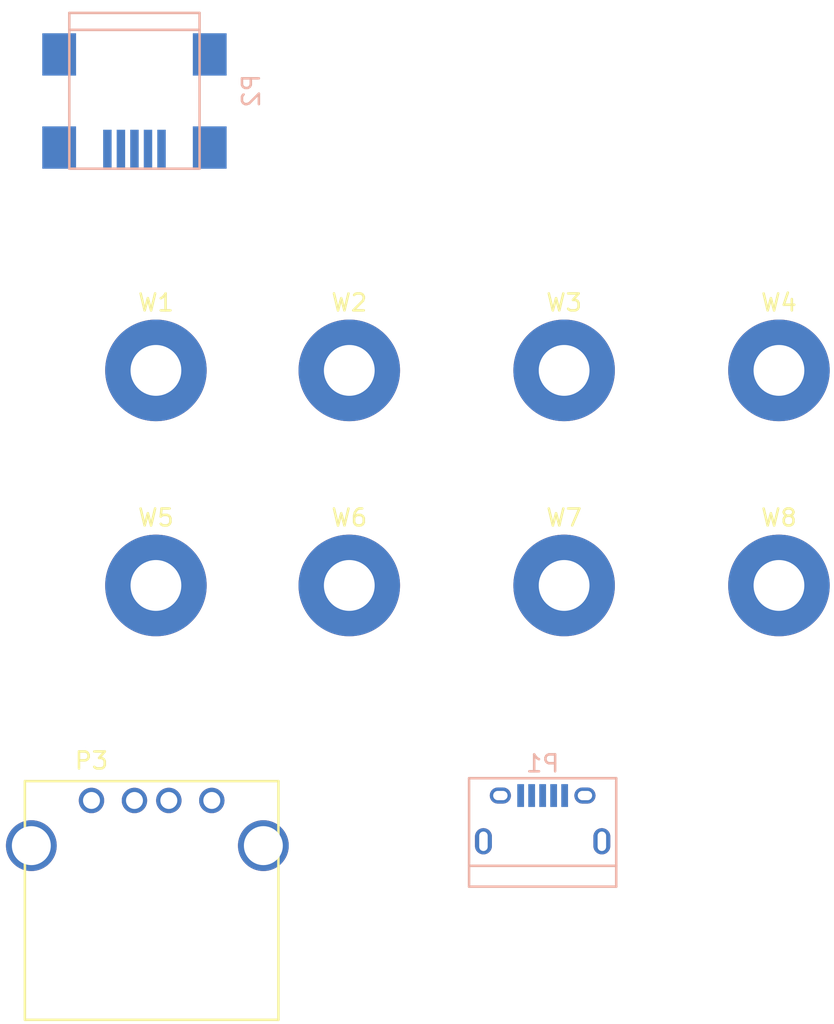
<source format=kicad_pcb>
(kicad_pcb (version 4) (host pcbnew 4.0.4+dfsg1-stable)

  (general
    (links 26)
    (no_connects 26)
    (area 0 0 0 0)
    (thickness 1.6)
    (drawings 0)
    (tracks 0)
    (zones 0)
    (modules 11)
    (nets 7)
  )

  (page A4)
  (layers
    (0 F.Cu signal)
    (31 B.Cu signal)
    (32 B.Adhes user)
    (33 F.Adhes user)
    (34 B.Paste user)
    (35 F.Paste user)
    (36 B.SilkS user)
    (37 F.SilkS user)
    (38 B.Mask user)
    (39 F.Mask user)
    (40 Dwgs.User user)
    (41 Cmts.User user)
    (42 Eco1.User user)
    (43 Eco2.User user)
    (44 Edge.Cuts user)
    (45 Margin user)
    (46 B.CrtYd user)
    (47 F.CrtYd user)
    (48 B.Fab user)
    (49 F.Fab user)
  )

  (setup
    (last_trace_width 0.25)
    (trace_clearance 0.2)
    (zone_clearance 0.508)
    (zone_45_only no)
    (trace_min 0.2)
    (segment_width 0.2)
    (edge_width 0.15)
    (via_size 0.6)
    (via_drill 0.4)
    (via_min_size 0.4)
    (via_min_drill 0.3)
    (uvia_size 0.3)
    (uvia_drill 0.1)
    (uvias_allowed no)
    (uvia_min_size 0.2)
    (uvia_min_drill 0.1)
    (pcb_text_width 0.3)
    (pcb_text_size 1.5 1.5)
    (mod_edge_width 0.15)
    (mod_text_size 1 1)
    (mod_text_width 0.15)
    (pad_size 1.524 1.524)
    (pad_drill 0.762)
    (pad_to_mask_clearance 0.2)
    (aux_axis_origin 0 0)
    (visible_elements FFFFFF7F)
    (pcbplotparams
      (layerselection 0x00030_80000001)
      (usegerberextensions false)
      (excludeedgelayer true)
      (linewidth 0.100000)
      (plotframeref false)
      (viasonmask false)
      (mode 1)
      (useauxorigin false)
      (hpglpennumber 1)
      (hpglpenspeed 20)
      (hpglpendiameter 15)
      (hpglpenoverlay 2)
      (psnegative false)
      (psa4output false)
      (plotreference true)
      (plotvalue true)
      (plotinvisibletext false)
      (padsonsilk false)
      (subtractmaskfromsilk false)
      (outputformat 1)
      (mirror false)
      (drillshape 1)
      (scaleselection 1)
      (outputdirectory ""))
  )

  (net 0 "")
  (net 1 /VCC)
  (net 2 /D-)
  (net 3 /D+)
  (net 4 "Net-(P1-Pad4)")
  (net 5 /GND)
  (net 6 "Net-(P2-Pad4)")

  (net_class Default "This is the default net class."
    (clearance 0.2)
    (trace_width 0.25)
    (via_dia 0.6)
    (via_drill 0.4)
    (uvia_dia 0.3)
    (uvia_drill 0.1)
    (add_net /D+)
    (add_net /D-)
    (add_net /GND)
    (add_net /VCC)
    (add_net "Net-(P1-Pad4)")
    (add_net "Net-(P2-Pad4)")
  )

  (module Connectors:USB_Micro-B (layer B.Cu) (tedit 5543E447) (tstamp 584D9E9F)
    (at 147.32 128.27 180)
    (descr "Micro USB Type B Receptacle")
    (tags "USB USB_B USB_micro USB_OTG")
    (path /584D9C5D)
    (attr smd)
    (fp_text reference P1 (at 0 3.45 180) (layer B.SilkS)
      (effects (font (size 1 1) (thickness 0.15)) (justify mirror))
    )
    (fp_text value USB_MICRO_OTG (at 0 -4.8 180) (layer B.Fab)
      (effects (font (size 1 1) (thickness 0.15)) (justify mirror))
    )
    (fp_line (start -4.6 2.8) (end 4.6 2.8) (layer B.CrtYd) (width 0.05))
    (fp_line (start 4.6 2.8) (end 4.6 -4.05) (layer B.CrtYd) (width 0.05))
    (fp_line (start 4.6 -4.05) (end -4.6 -4.05) (layer B.CrtYd) (width 0.05))
    (fp_line (start -4.6 -4.05) (end -4.6 2.8) (layer B.CrtYd) (width 0.05))
    (fp_line (start -4.3509 -3.81746) (end 4.3491 -3.81746) (layer B.SilkS) (width 0.15))
    (fp_line (start -4.3509 2.58754) (end 4.3491 2.58754) (layer B.SilkS) (width 0.15))
    (fp_line (start 4.3491 2.58754) (end 4.3491 -3.81746) (layer B.SilkS) (width 0.15))
    (fp_line (start 4.3491 -2.58746) (end -4.3509 -2.58746) (layer B.SilkS) (width 0.15))
    (fp_line (start -4.3509 -3.81746) (end -4.3509 2.58754) (layer B.SilkS) (width 0.15))
    (pad 1 smd rect (at -1.3009 1.56254 90) (size 1.35 0.4) (layers B.Cu B.Paste B.Mask)
      (net 1 /VCC))
    (pad 2 smd rect (at -0.6509 1.56254 90) (size 1.35 0.4) (layers B.Cu B.Paste B.Mask)
      (net 2 /D-))
    (pad 3 smd rect (at -0.0009 1.56254 90) (size 1.35 0.4) (layers B.Cu B.Paste B.Mask)
      (net 3 /D+))
    (pad 4 smd rect (at 0.6491 1.56254 90) (size 1.35 0.4) (layers B.Cu B.Paste B.Mask)
      (net 4 "Net-(P1-Pad4)"))
    (pad 5 smd rect (at 1.2991 1.56254 90) (size 1.35 0.4) (layers B.Cu B.Paste B.Mask)
      (net 5 /GND))
    (pad 6 thru_hole oval (at -2.5009 1.56254 90) (size 0.95 1.25) (drill oval 0.55 0.85) (layers *.Cu *.Mask)
      (net 5 /GND))
    (pad 6 thru_hole oval (at 2.4991 1.56254 90) (size 0.95 1.25) (drill oval 0.55 0.85) (layers *.Cu *.Mask)
      (net 5 /GND))
    (pad 6 thru_hole oval (at -3.5009 -1.13746 90) (size 1.55 1) (drill oval 1.15 0.5) (layers *.Cu *.Mask)
      (net 5 /GND))
    (pad 6 thru_hole oval (at 3.4991 -1.13746 90) (size 1.55 1) (drill oval 1.15 0.5) (layers *.Cu *.Mask)
      (net 5 /GND))
  )

  (module Connectors:USB_Mini-B (layer B.Cu) (tedit 5543E571) (tstamp 584D9EAE)
    (at 123.19 85.09 270)
    (descr "USB Mini-B 5-pin SMD connector")
    (tags "USB USB_B USB_Mini connector")
    (path /584D9EA6)
    (attr smd)
    (fp_text reference P2 (at 0 -6.90118 270) (layer B.SilkS)
      (effects (font (size 1 1) (thickness 0.15)) (justify mirror))
    )
    (fp_text value USB_MINI_OTG (at 0 7.0993 270) (layer B.Fab)
      (effects (font (size 1 1) (thickness 0.15)) (justify mirror))
    )
    (fp_line (start -4.85 5.7) (end 4.85 5.7) (layer B.CrtYd) (width 0.05))
    (fp_line (start 4.85 5.7) (end 4.85 -5.7) (layer B.CrtYd) (width 0.05))
    (fp_line (start 4.85 -5.7) (end -4.85 -5.7) (layer B.CrtYd) (width 0.05))
    (fp_line (start -4.85 -5.7) (end -4.85 5.7) (layer B.CrtYd) (width 0.05))
    (fp_line (start -3.59918 3.85064) (end -3.59918 -3.85064) (layer B.SilkS) (width 0.15))
    (fp_line (start -4.59994 3.85064) (end -4.59994 -3.85064) (layer B.SilkS) (width 0.15))
    (fp_line (start -4.59994 -3.85064) (end 4.59994 -3.85064) (layer B.SilkS) (width 0.15))
    (fp_line (start 4.59994 -3.85064) (end 4.59994 3.85064) (layer B.SilkS) (width 0.15))
    (fp_line (start 4.59994 3.85064) (end -4.59994 3.85064) (layer B.SilkS) (width 0.15))
    (pad 1 smd rect (at 3.44932 1.6002 270) (size 2.30124 0.50038) (layers B.Cu B.Paste B.Mask)
      (net 1 /VCC))
    (pad 2 smd rect (at 3.44932 0.8001 270) (size 2.30124 0.50038) (layers B.Cu B.Paste B.Mask)
      (net 2 /D-))
    (pad 3 smd rect (at 3.44932 0 270) (size 2.30124 0.50038) (layers B.Cu B.Paste B.Mask)
      (net 3 /D+))
    (pad 4 smd rect (at 3.44932 -0.8001 270) (size 2.30124 0.50038) (layers B.Cu B.Paste B.Mask)
      (net 6 "Net-(P2-Pad4)"))
    (pad 5 smd rect (at 3.44932 -1.6002 270) (size 2.30124 0.50038) (layers B.Cu B.Paste B.Mask)
      (net 5 /GND))
    (pad 6 smd rect (at 3.35026 4.45008 270) (size 2.49936 1.99898) (layers B.Cu B.Paste B.Mask)
      (net 5 /GND))
    (pad 6 smd rect (at -2.14884 4.45008 270) (size 2.49936 1.99898) (layers B.Cu B.Paste B.Mask)
      (net 5 /GND))
    (pad 6 smd rect (at 3.35026 -4.45008 270) (size 2.49936 1.99898) (layers B.Cu B.Paste B.Mask)
      (net 5 /GND))
    (pad 6 smd rect (at -2.14884 -4.45008 270) (size 2.49936 1.99898) (layers B.Cu B.Paste B.Mask)
      (net 5 /GND))
    (pad "" np_thru_hole circle (at 0.8509 2.19964 270) (size 0.89916 0.89916) (drill 0.89916) (layers *.Cu *.Mask))
    (pad "" np_thru_hole circle (at 0.8509 -2.19964 270) (size 0.89916 0.89916) (drill 0.89916) (layers *.Cu *.Mask))
  )

  (module Connectors:USB_A (layer F.Cu) (tedit 5543E289) (tstamp 584D9EB8)
    (at 120.65 127)
    (descr "USB A connector")
    (tags "USB USB_A")
    (path /584D9F19)
    (fp_text reference P3 (at 0 -2.35) (layer F.SilkS)
      (effects (font (size 1 1) (thickness 0.15)))
    )
    (fp_text value USB_A (at 3.83794 7.43458) (layer F.Fab)
      (effects (font (size 1 1) (thickness 0.15)))
    )
    (fp_line (start -5.3 13.2) (end -5.3 -1.4) (layer F.CrtYd) (width 0.05))
    (fp_line (start 11.95 -1.4) (end 11.95 13.2) (layer F.CrtYd) (width 0.05))
    (fp_line (start -5.3 13.2) (end 11.95 13.2) (layer F.CrtYd) (width 0.05))
    (fp_line (start -5.3 -1.4) (end 11.95 -1.4) (layer F.CrtYd) (width 0.05))
    (fp_line (start 11.04986 -1.14512) (end 11.04986 12.95188) (layer F.SilkS) (width 0.15))
    (fp_line (start -3.93614 12.95188) (end -3.93614 -1.14512) (layer F.SilkS) (width 0.15))
    (fp_line (start 11.04986 -1.14512) (end -3.93614 -1.14512) (layer F.SilkS) (width 0.15))
    (fp_line (start 11.04986 12.95188) (end -3.93614 12.95188) (layer F.SilkS) (width 0.15))
    (pad 4 thru_hole circle (at 7.11286 -0.00212 270) (size 1.50114 1.50114) (drill 1.00076) (layers *.Cu *.Mask)
      (net 5 /GND))
    (pad 3 thru_hole circle (at 4.57286 -0.00212 270) (size 1.50114 1.50114) (drill 1.00076) (layers *.Cu *.Mask)
      (net 3 /D+))
    (pad 2 thru_hole circle (at 2.54086 -0.00212 270) (size 1.50114 1.50114) (drill 1.00076) (layers *.Cu *.Mask)
      (net 2 /D-))
    (pad 1 thru_hole circle (at 0.00086 -0.00212 270) (size 1.50114 1.50114) (drill 1.00076) (layers *.Cu *.Mask)
      (net 1 /VCC))
    (pad 5 thru_hole circle (at 10.16086 2.66488 270) (size 2.99974 2.99974) (drill 2.30124) (layers *.Cu *.Mask)
      (net 5 /GND))
    (pad 5 thru_hole circle (at -3.55514 2.66488 270) (size 2.99974 2.99974) (drill 2.30124) (layers *.Cu *.Mask)
      (net 5 /GND))
    (model Connect.3dshapes/USB_A.wrl
      (at (xyz 0.14 0 0))
      (scale (xyz 1 1 1))
      (rotate (xyz 0 0 90))
    )
  )

  (module Mounting_Holes:MountingHole_3mm_Pad (layer F.Cu) (tedit 56D1B4CB) (tstamp 584D9EBD)
    (at 124.46 101.6)
    (descr "Mounting Hole 3mm")
    (tags "mounting hole 3mm")
    (path /584DA42E)
    (fp_text reference W1 (at 0 -4) (layer F.SilkS)
      (effects (font (size 1 1) (thickness 0.15)))
    )
    (fp_text value TEST_1P (at 0 4) (layer F.Fab)
      (effects (font (size 1 1) (thickness 0.15)))
    )
    (fp_circle (center 0 0) (end 3 0) (layer Cmts.User) (width 0.15))
    (fp_circle (center 0 0) (end 3.25 0) (layer F.CrtYd) (width 0.05))
    (pad 1 thru_hole circle (at 0 0) (size 6 6) (drill 3) (layers *.Cu *.Mask)
      (net 1 /VCC))
  )

  (module Mounting_Holes:MountingHole_3mm_Pad (layer F.Cu) (tedit 56D1B4CB) (tstamp 584D9EC2)
    (at 135.89 101.6)
    (descr "Mounting Hole 3mm")
    (tags "mounting hole 3mm")
    (path /584DA455)
    (fp_text reference W2 (at 0 -4) (layer F.SilkS)
      (effects (font (size 1 1) (thickness 0.15)))
    )
    (fp_text value TEST_1P (at 0 4) (layer F.Fab)
      (effects (font (size 1 1) (thickness 0.15)))
    )
    (fp_circle (center 0 0) (end 3 0) (layer Cmts.User) (width 0.15))
    (fp_circle (center 0 0) (end 3.25 0) (layer F.CrtYd) (width 0.05))
    (pad 1 thru_hole circle (at 0 0) (size 6 6) (drill 3) (layers *.Cu *.Mask)
      (net 2 /D-))
  )

  (module Mounting_Holes:MountingHole_3mm_Pad (layer F.Cu) (tedit 56D1B4CB) (tstamp 584D9EC7)
    (at 148.59 101.6)
    (descr "Mounting Hole 3mm")
    (tags "mounting hole 3mm")
    (path /584DA478)
    (fp_text reference W3 (at 0 -4) (layer F.SilkS)
      (effects (font (size 1 1) (thickness 0.15)))
    )
    (fp_text value TEST_1P (at 0 4) (layer F.Fab)
      (effects (font (size 1 1) (thickness 0.15)))
    )
    (fp_circle (center 0 0) (end 3 0) (layer Cmts.User) (width 0.15))
    (fp_circle (center 0 0) (end 3.25 0) (layer F.CrtYd) (width 0.05))
    (pad 1 thru_hole circle (at 0 0) (size 6 6) (drill 3) (layers *.Cu *.Mask)
      (net 3 /D+))
  )

  (module Mounting_Holes:MountingHole_3mm_Pad (layer F.Cu) (tedit 56D1B4CB) (tstamp 584D9ECC)
    (at 161.29 101.6)
    (descr "Mounting Hole 3mm")
    (tags "mounting hole 3mm")
    (path /584DA49A)
    (fp_text reference W4 (at 0 -4) (layer F.SilkS)
      (effects (font (size 1 1) (thickness 0.15)))
    )
    (fp_text value TEST_1P (at 0 4) (layer F.Fab)
      (effects (font (size 1 1) (thickness 0.15)))
    )
    (fp_circle (center 0 0) (end 3 0) (layer Cmts.User) (width 0.15))
    (fp_circle (center 0 0) (end 3.25 0) (layer F.CrtYd) (width 0.05))
    (pad 1 thru_hole circle (at 0 0) (size 6 6) (drill 3) (layers *.Cu *.Mask)
      (net 5 /GND))
  )

  (module Mounting_Holes:MountingHole_3mm_Pad (layer F.Cu) (tedit 56D1B4CB) (tstamp 584D9ED1)
    (at 124.46 114.3)
    (descr "Mounting Hole 3mm")
    (tags "mounting hole 3mm")
    (path /584DA4BF)
    (fp_text reference W5 (at 0 -4) (layer F.SilkS)
      (effects (font (size 1 1) (thickness 0.15)))
    )
    (fp_text value TEST_1P (at 0 4) (layer F.Fab)
      (effects (font (size 1 1) (thickness 0.15)))
    )
    (fp_circle (center 0 0) (end 3 0) (layer Cmts.User) (width 0.15))
    (fp_circle (center 0 0) (end 3.25 0) (layer F.CrtYd) (width 0.05))
    (pad 1 thru_hole circle (at 0 0) (size 6 6) (drill 3) (layers *.Cu *.Mask)
      (net 1 /VCC))
  )

  (module Mounting_Holes:MountingHole_3mm_Pad (layer F.Cu) (tedit 56D1B4CB) (tstamp 584D9ED6)
    (at 135.89 114.3)
    (descr "Mounting Hole 3mm")
    (tags "mounting hole 3mm")
    (path /584DA505)
    (fp_text reference W6 (at 0 -4) (layer F.SilkS)
      (effects (font (size 1 1) (thickness 0.15)))
    )
    (fp_text value TEST_1P (at 0 4) (layer F.Fab)
      (effects (font (size 1 1) (thickness 0.15)))
    )
    (fp_circle (center 0 0) (end 3 0) (layer Cmts.User) (width 0.15))
    (fp_circle (center 0 0) (end 3.25 0) (layer F.CrtYd) (width 0.05))
    (pad 1 thru_hole circle (at 0 0) (size 6 6) (drill 3) (layers *.Cu *.Mask)
      (net 2 /D-))
  )

  (module Mounting_Holes:MountingHole_3mm_Pad (layer F.Cu) (tedit 56D1B4CB) (tstamp 584D9EDB)
    (at 148.59 114.3)
    (descr "Mounting Hole 3mm")
    (tags "mounting hole 3mm")
    (path /584DA530)
    (fp_text reference W7 (at 0 -4) (layer F.SilkS)
      (effects (font (size 1 1) (thickness 0.15)))
    )
    (fp_text value TEST_1P (at 0 4) (layer F.Fab)
      (effects (font (size 1 1) (thickness 0.15)))
    )
    (fp_circle (center 0 0) (end 3 0) (layer Cmts.User) (width 0.15))
    (fp_circle (center 0 0) (end 3.25 0) (layer F.CrtYd) (width 0.05))
    (pad 1 thru_hole circle (at 0 0) (size 6 6) (drill 3) (layers *.Cu *.Mask)
      (net 3 /D+))
  )

  (module Mounting_Holes:MountingHole_3mm_Pad (layer F.Cu) (tedit 56D1B4CB) (tstamp 584D9EE0)
    (at 161.29 114.3)
    (descr "Mounting Hole 3mm")
    (tags "mounting hole 3mm")
    (path /584DA55E)
    (fp_text reference W8 (at 0 -4) (layer F.SilkS)
      (effects (font (size 1 1) (thickness 0.15)))
    )
    (fp_text value TEST_1P (at 0 4) (layer F.Fab)
      (effects (font (size 1 1) (thickness 0.15)))
    )
    (fp_circle (center 0 0) (end 3 0) (layer Cmts.User) (width 0.15))
    (fp_circle (center 0 0) (end 3.25 0) (layer F.CrtYd) (width 0.05))
    (pad 1 thru_hole circle (at 0 0) (size 6 6) (drill 3) (layers *.Cu *.Mask)
      (net 5 /GND))
  )

)

</source>
